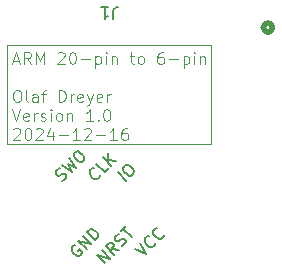
<source format=gto>
G04 #@! TF.GenerationSoftware,KiCad,Pcbnew,8.0.2-1*
G04 #@! TF.CreationDate,2024-12-21T19:46:59+01:00*
G04 #@! TF.ProjectId,ten_to_six,74656e5f-746f-45f7-9369-782e6b696361,rev?*
G04 #@! TF.SameCoordinates,Original*
G04 #@! TF.FileFunction,Legend,Top*
G04 #@! TF.FilePolarity,Positive*
%FSLAX46Y46*%
G04 Gerber Fmt 4.6, Leading zero omitted, Abs format (unit mm)*
G04 Created by KiCad (PCBNEW 8.0.2-1) date 2024-12-21 19:46:59*
%MOMM*%
%LPD*%
G01*
G04 APERTURE LIST*
%ADD10C,0.100000*%
%ADD11C,0.200000*%
%ADD12C,0.150000*%
%ADD13C,0.508000*%
%ADD14C,1.524000*%
%ADD15C,1.854000*%
G04 APERTURE END LIST*
D10*
X116586000Y-78359000D02*
X133858000Y-78359000D01*
X133858000Y-86741000D01*
X116586000Y-86741000D01*
X116586000Y-78359000D01*
D11*
X127375386Y-95558619D02*
X128318195Y-96030024D01*
X128318195Y-96030024D02*
X127846790Y-95087215D01*
X129126317Y-95087215D02*
X129126317Y-95154558D01*
X129126317Y-95154558D02*
X129058973Y-95289245D01*
X129058973Y-95289245D02*
X128991630Y-95356589D01*
X128991630Y-95356589D02*
X128856943Y-95423932D01*
X128856943Y-95423932D02*
X128722256Y-95423932D01*
X128722256Y-95423932D02*
X128621241Y-95390260D01*
X128621241Y-95390260D02*
X128452882Y-95289245D01*
X128452882Y-95289245D02*
X128351867Y-95188230D01*
X128351867Y-95188230D02*
X128250851Y-95019871D01*
X128250851Y-95019871D02*
X128217179Y-94918856D01*
X128217179Y-94918856D02*
X128217179Y-94784169D01*
X128217179Y-94784169D02*
X128284523Y-94649482D01*
X128284523Y-94649482D02*
X128351867Y-94582138D01*
X128351867Y-94582138D02*
X128486554Y-94514795D01*
X128486554Y-94514795D02*
X128553897Y-94514795D01*
X129833424Y-94380108D02*
X129833424Y-94447451D01*
X129833424Y-94447451D02*
X129766080Y-94582138D01*
X129766080Y-94582138D02*
X129698737Y-94649482D01*
X129698737Y-94649482D02*
X129564050Y-94716825D01*
X129564050Y-94716825D02*
X129429363Y-94716825D01*
X129429363Y-94716825D02*
X129328347Y-94683154D01*
X129328347Y-94683154D02*
X129159989Y-94582138D01*
X129159989Y-94582138D02*
X129058973Y-94481123D01*
X129058973Y-94481123D02*
X128957958Y-94312764D01*
X128957958Y-94312764D02*
X128924286Y-94211749D01*
X128924286Y-94211749D02*
X128924286Y-94077062D01*
X128924286Y-94077062D02*
X128991630Y-93942375D01*
X128991630Y-93942375D02*
X129058973Y-93875032D01*
X129058973Y-93875032D02*
X129193660Y-93807688D01*
X129193660Y-93807688D02*
X129261004Y-93807688D01*
D10*
X117096265Y-79633928D02*
X117572455Y-79633928D01*
X117001027Y-79919643D02*
X117334360Y-78919643D01*
X117334360Y-78919643D02*
X117667693Y-79919643D01*
X118572455Y-79919643D02*
X118239122Y-79443452D01*
X118001027Y-79919643D02*
X118001027Y-78919643D01*
X118001027Y-78919643D02*
X118381979Y-78919643D01*
X118381979Y-78919643D02*
X118477217Y-78967262D01*
X118477217Y-78967262D02*
X118524836Y-79014881D01*
X118524836Y-79014881D02*
X118572455Y-79110119D01*
X118572455Y-79110119D02*
X118572455Y-79252976D01*
X118572455Y-79252976D02*
X118524836Y-79348214D01*
X118524836Y-79348214D02*
X118477217Y-79395833D01*
X118477217Y-79395833D02*
X118381979Y-79443452D01*
X118381979Y-79443452D02*
X118001027Y-79443452D01*
X119001027Y-79919643D02*
X119001027Y-78919643D01*
X119001027Y-78919643D02*
X119334360Y-79633928D01*
X119334360Y-79633928D02*
X119667693Y-78919643D01*
X119667693Y-78919643D02*
X119667693Y-79919643D01*
X120858170Y-79014881D02*
X120905789Y-78967262D01*
X120905789Y-78967262D02*
X121001027Y-78919643D01*
X121001027Y-78919643D02*
X121239122Y-78919643D01*
X121239122Y-78919643D02*
X121334360Y-78967262D01*
X121334360Y-78967262D02*
X121381979Y-79014881D01*
X121381979Y-79014881D02*
X121429598Y-79110119D01*
X121429598Y-79110119D02*
X121429598Y-79205357D01*
X121429598Y-79205357D02*
X121381979Y-79348214D01*
X121381979Y-79348214D02*
X120810551Y-79919643D01*
X120810551Y-79919643D02*
X121429598Y-79919643D01*
X122048646Y-78919643D02*
X122143884Y-78919643D01*
X122143884Y-78919643D02*
X122239122Y-78967262D01*
X122239122Y-78967262D02*
X122286741Y-79014881D01*
X122286741Y-79014881D02*
X122334360Y-79110119D01*
X122334360Y-79110119D02*
X122381979Y-79300595D01*
X122381979Y-79300595D02*
X122381979Y-79538690D01*
X122381979Y-79538690D02*
X122334360Y-79729166D01*
X122334360Y-79729166D02*
X122286741Y-79824404D01*
X122286741Y-79824404D02*
X122239122Y-79872024D01*
X122239122Y-79872024D02*
X122143884Y-79919643D01*
X122143884Y-79919643D02*
X122048646Y-79919643D01*
X122048646Y-79919643D02*
X121953408Y-79872024D01*
X121953408Y-79872024D02*
X121905789Y-79824404D01*
X121905789Y-79824404D02*
X121858170Y-79729166D01*
X121858170Y-79729166D02*
X121810551Y-79538690D01*
X121810551Y-79538690D02*
X121810551Y-79300595D01*
X121810551Y-79300595D02*
X121858170Y-79110119D01*
X121858170Y-79110119D02*
X121905789Y-79014881D01*
X121905789Y-79014881D02*
X121953408Y-78967262D01*
X121953408Y-78967262D02*
X122048646Y-78919643D01*
X122810551Y-79538690D02*
X123572456Y-79538690D01*
X124048646Y-79252976D02*
X124048646Y-80252976D01*
X124048646Y-79300595D02*
X124143884Y-79252976D01*
X124143884Y-79252976D02*
X124334360Y-79252976D01*
X124334360Y-79252976D02*
X124429598Y-79300595D01*
X124429598Y-79300595D02*
X124477217Y-79348214D01*
X124477217Y-79348214D02*
X124524836Y-79443452D01*
X124524836Y-79443452D02*
X124524836Y-79729166D01*
X124524836Y-79729166D02*
X124477217Y-79824404D01*
X124477217Y-79824404D02*
X124429598Y-79872024D01*
X124429598Y-79872024D02*
X124334360Y-79919643D01*
X124334360Y-79919643D02*
X124143884Y-79919643D01*
X124143884Y-79919643D02*
X124048646Y-79872024D01*
X124953408Y-79919643D02*
X124953408Y-79252976D01*
X124953408Y-78919643D02*
X124905789Y-78967262D01*
X124905789Y-78967262D02*
X124953408Y-79014881D01*
X124953408Y-79014881D02*
X125001027Y-78967262D01*
X125001027Y-78967262D02*
X124953408Y-78919643D01*
X124953408Y-78919643D02*
X124953408Y-79014881D01*
X125429598Y-79252976D02*
X125429598Y-79919643D01*
X125429598Y-79348214D02*
X125477217Y-79300595D01*
X125477217Y-79300595D02*
X125572455Y-79252976D01*
X125572455Y-79252976D02*
X125715312Y-79252976D01*
X125715312Y-79252976D02*
X125810550Y-79300595D01*
X125810550Y-79300595D02*
X125858169Y-79395833D01*
X125858169Y-79395833D02*
X125858169Y-79919643D01*
X126953408Y-79252976D02*
X127334360Y-79252976D01*
X127096265Y-78919643D02*
X127096265Y-79776785D01*
X127096265Y-79776785D02*
X127143884Y-79872024D01*
X127143884Y-79872024D02*
X127239122Y-79919643D01*
X127239122Y-79919643D02*
X127334360Y-79919643D01*
X127810551Y-79919643D02*
X127715313Y-79872024D01*
X127715313Y-79872024D02*
X127667694Y-79824404D01*
X127667694Y-79824404D02*
X127620075Y-79729166D01*
X127620075Y-79729166D02*
X127620075Y-79443452D01*
X127620075Y-79443452D02*
X127667694Y-79348214D01*
X127667694Y-79348214D02*
X127715313Y-79300595D01*
X127715313Y-79300595D02*
X127810551Y-79252976D01*
X127810551Y-79252976D02*
X127953408Y-79252976D01*
X127953408Y-79252976D02*
X128048646Y-79300595D01*
X128048646Y-79300595D02*
X128096265Y-79348214D01*
X128096265Y-79348214D02*
X128143884Y-79443452D01*
X128143884Y-79443452D02*
X128143884Y-79729166D01*
X128143884Y-79729166D02*
X128096265Y-79824404D01*
X128096265Y-79824404D02*
X128048646Y-79872024D01*
X128048646Y-79872024D02*
X127953408Y-79919643D01*
X127953408Y-79919643D02*
X127810551Y-79919643D01*
X129762932Y-78919643D02*
X129572456Y-78919643D01*
X129572456Y-78919643D02*
X129477218Y-78967262D01*
X129477218Y-78967262D02*
X129429599Y-79014881D01*
X129429599Y-79014881D02*
X129334361Y-79157738D01*
X129334361Y-79157738D02*
X129286742Y-79348214D01*
X129286742Y-79348214D02*
X129286742Y-79729166D01*
X129286742Y-79729166D02*
X129334361Y-79824404D01*
X129334361Y-79824404D02*
X129381980Y-79872024D01*
X129381980Y-79872024D02*
X129477218Y-79919643D01*
X129477218Y-79919643D02*
X129667694Y-79919643D01*
X129667694Y-79919643D02*
X129762932Y-79872024D01*
X129762932Y-79872024D02*
X129810551Y-79824404D01*
X129810551Y-79824404D02*
X129858170Y-79729166D01*
X129858170Y-79729166D02*
X129858170Y-79491071D01*
X129858170Y-79491071D02*
X129810551Y-79395833D01*
X129810551Y-79395833D02*
X129762932Y-79348214D01*
X129762932Y-79348214D02*
X129667694Y-79300595D01*
X129667694Y-79300595D02*
X129477218Y-79300595D01*
X129477218Y-79300595D02*
X129381980Y-79348214D01*
X129381980Y-79348214D02*
X129334361Y-79395833D01*
X129334361Y-79395833D02*
X129286742Y-79491071D01*
X130286742Y-79538690D02*
X131048647Y-79538690D01*
X131524837Y-79252976D02*
X131524837Y-80252976D01*
X131524837Y-79300595D02*
X131620075Y-79252976D01*
X131620075Y-79252976D02*
X131810551Y-79252976D01*
X131810551Y-79252976D02*
X131905789Y-79300595D01*
X131905789Y-79300595D02*
X131953408Y-79348214D01*
X131953408Y-79348214D02*
X132001027Y-79443452D01*
X132001027Y-79443452D02*
X132001027Y-79729166D01*
X132001027Y-79729166D02*
X131953408Y-79824404D01*
X131953408Y-79824404D02*
X131905789Y-79872024D01*
X131905789Y-79872024D02*
X131810551Y-79919643D01*
X131810551Y-79919643D02*
X131620075Y-79919643D01*
X131620075Y-79919643D02*
X131524837Y-79872024D01*
X132429599Y-79919643D02*
X132429599Y-79252976D01*
X132429599Y-78919643D02*
X132381980Y-78967262D01*
X132381980Y-78967262D02*
X132429599Y-79014881D01*
X132429599Y-79014881D02*
X132477218Y-78967262D01*
X132477218Y-78967262D02*
X132429599Y-78919643D01*
X132429599Y-78919643D02*
X132429599Y-79014881D01*
X132905789Y-79252976D02*
X132905789Y-79919643D01*
X132905789Y-79348214D02*
X132953408Y-79300595D01*
X132953408Y-79300595D02*
X133048646Y-79252976D01*
X133048646Y-79252976D02*
X133191503Y-79252976D01*
X133191503Y-79252976D02*
X133286741Y-79300595D01*
X133286741Y-79300595D02*
X133334360Y-79395833D01*
X133334360Y-79395833D02*
X133334360Y-79919643D01*
X117334360Y-82139531D02*
X117524836Y-82139531D01*
X117524836Y-82139531D02*
X117620074Y-82187150D01*
X117620074Y-82187150D02*
X117715312Y-82282388D01*
X117715312Y-82282388D02*
X117762931Y-82472864D01*
X117762931Y-82472864D02*
X117762931Y-82806197D01*
X117762931Y-82806197D02*
X117715312Y-82996673D01*
X117715312Y-82996673D02*
X117620074Y-83091912D01*
X117620074Y-83091912D02*
X117524836Y-83139531D01*
X117524836Y-83139531D02*
X117334360Y-83139531D01*
X117334360Y-83139531D02*
X117239122Y-83091912D01*
X117239122Y-83091912D02*
X117143884Y-82996673D01*
X117143884Y-82996673D02*
X117096265Y-82806197D01*
X117096265Y-82806197D02*
X117096265Y-82472864D01*
X117096265Y-82472864D02*
X117143884Y-82282388D01*
X117143884Y-82282388D02*
X117239122Y-82187150D01*
X117239122Y-82187150D02*
X117334360Y-82139531D01*
X118334360Y-83139531D02*
X118239122Y-83091912D01*
X118239122Y-83091912D02*
X118191503Y-82996673D01*
X118191503Y-82996673D02*
X118191503Y-82139531D01*
X119143884Y-83139531D02*
X119143884Y-82615721D01*
X119143884Y-82615721D02*
X119096265Y-82520483D01*
X119096265Y-82520483D02*
X119001027Y-82472864D01*
X119001027Y-82472864D02*
X118810551Y-82472864D01*
X118810551Y-82472864D02*
X118715313Y-82520483D01*
X119143884Y-83091912D02*
X119048646Y-83139531D01*
X119048646Y-83139531D02*
X118810551Y-83139531D01*
X118810551Y-83139531D02*
X118715313Y-83091912D01*
X118715313Y-83091912D02*
X118667694Y-82996673D01*
X118667694Y-82996673D02*
X118667694Y-82901435D01*
X118667694Y-82901435D02*
X118715313Y-82806197D01*
X118715313Y-82806197D02*
X118810551Y-82758578D01*
X118810551Y-82758578D02*
X119048646Y-82758578D01*
X119048646Y-82758578D02*
X119143884Y-82710959D01*
X119477218Y-82472864D02*
X119858170Y-82472864D01*
X119620075Y-83139531D02*
X119620075Y-82282388D01*
X119620075Y-82282388D02*
X119667694Y-82187150D01*
X119667694Y-82187150D02*
X119762932Y-82139531D01*
X119762932Y-82139531D02*
X119858170Y-82139531D01*
X120953409Y-83139531D02*
X120953409Y-82139531D01*
X120953409Y-82139531D02*
X121191504Y-82139531D01*
X121191504Y-82139531D02*
X121334361Y-82187150D01*
X121334361Y-82187150D02*
X121429599Y-82282388D01*
X121429599Y-82282388D02*
X121477218Y-82377626D01*
X121477218Y-82377626D02*
X121524837Y-82568102D01*
X121524837Y-82568102D02*
X121524837Y-82710959D01*
X121524837Y-82710959D02*
X121477218Y-82901435D01*
X121477218Y-82901435D02*
X121429599Y-82996673D01*
X121429599Y-82996673D02*
X121334361Y-83091912D01*
X121334361Y-83091912D02*
X121191504Y-83139531D01*
X121191504Y-83139531D02*
X120953409Y-83139531D01*
X121953409Y-83139531D02*
X121953409Y-82472864D01*
X121953409Y-82663340D02*
X122001028Y-82568102D01*
X122001028Y-82568102D02*
X122048647Y-82520483D01*
X122048647Y-82520483D02*
X122143885Y-82472864D01*
X122143885Y-82472864D02*
X122239123Y-82472864D01*
X122953409Y-83091912D02*
X122858171Y-83139531D01*
X122858171Y-83139531D02*
X122667695Y-83139531D01*
X122667695Y-83139531D02*
X122572457Y-83091912D01*
X122572457Y-83091912D02*
X122524838Y-82996673D01*
X122524838Y-82996673D02*
X122524838Y-82615721D01*
X122524838Y-82615721D02*
X122572457Y-82520483D01*
X122572457Y-82520483D02*
X122667695Y-82472864D01*
X122667695Y-82472864D02*
X122858171Y-82472864D01*
X122858171Y-82472864D02*
X122953409Y-82520483D01*
X122953409Y-82520483D02*
X123001028Y-82615721D01*
X123001028Y-82615721D02*
X123001028Y-82710959D01*
X123001028Y-82710959D02*
X122524838Y-82806197D01*
X123334362Y-82472864D02*
X123572457Y-83139531D01*
X123810552Y-82472864D02*
X123572457Y-83139531D01*
X123572457Y-83139531D02*
X123477219Y-83377626D01*
X123477219Y-83377626D02*
X123429600Y-83425245D01*
X123429600Y-83425245D02*
X123334362Y-83472864D01*
X124572457Y-83091912D02*
X124477219Y-83139531D01*
X124477219Y-83139531D02*
X124286743Y-83139531D01*
X124286743Y-83139531D02*
X124191505Y-83091912D01*
X124191505Y-83091912D02*
X124143886Y-82996673D01*
X124143886Y-82996673D02*
X124143886Y-82615721D01*
X124143886Y-82615721D02*
X124191505Y-82520483D01*
X124191505Y-82520483D02*
X124286743Y-82472864D01*
X124286743Y-82472864D02*
X124477219Y-82472864D01*
X124477219Y-82472864D02*
X124572457Y-82520483D01*
X124572457Y-82520483D02*
X124620076Y-82615721D01*
X124620076Y-82615721D02*
X124620076Y-82710959D01*
X124620076Y-82710959D02*
X124143886Y-82806197D01*
X125048648Y-83139531D02*
X125048648Y-82472864D01*
X125048648Y-82663340D02*
X125096267Y-82568102D01*
X125096267Y-82568102D02*
X125143886Y-82520483D01*
X125143886Y-82520483D02*
X125239124Y-82472864D01*
X125239124Y-82472864D02*
X125334362Y-82472864D01*
X117001027Y-83749475D02*
X117334360Y-84749475D01*
X117334360Y-84749475D02*
X117667693Y-83749475D01*
X118381979Y-84701856D02*
X118286741Y-84749475D01*
X118286741Y-84749475D02*
X118096265Y-84749475D01*
X118096265Y-84749475D02*
X118001027Y-84701856D01*
X118001027Y-84701856D02*
X117953408Y-84606617D01*
X117953408Y-84606617D02*
X117953408Y-84225665D01*
X117953408Y-84225665D02*
X118001027Y-84130427D01*
X118001027Y-84130427D02*
X118096265Y-84082808D01*
X118096265Y-84082808D02*
X118286741Y-84082808D01*
X118286741Y-84082808D02*
X118381979Y-84130427D01*
X118381979Y-84130427D02*
X118429598Y-84225665D01*
X118429598Y-84225665D02*
X118429598Y-84320903D01*
X118429598Y-84320903D02*
X117953408Y-84416141D01*
X118858170Y-84749475D02*
X118858170Y-84082808D01*
X118858170Y-84273284D02*
X118905789Y-84178046D01*
X118905789Y-84178046D02*
X118953408Y-84130427D01*
X118953408Y-84130427D02*
X119048646Y-84082808D01*
X119048646Y-84082808D02*
X119143884Y-84082808D01*
X119429599Y-84701856D02*
X119524837Y-84749475D01*
X119524837Y-84749475D02*
X119715313Y-84749475D01*
X119715313Y-84749475D02*
X119810551Y-84701856D01*
X119810551Y-84701856D02*
X119858170Y-84606617D01*
X119858170Y-84606617D02*
X119858170Y-84558998D01*
X119858170Y-84558998D02*
X119810551Y-84463760D01*
X119810551Y-84463760D02*
X119715313Y-84416141D01*
X119715313Y-84416141D02*
X119572456Y-84416141D01*
X119572456Y-84416141D02*
X119477218Y-84368522D01*
X119477218Y-84368522D02*
X119429599Y-84273284D01*
X119429599Y-84273284D02*
X119429599Y-84225665D01*
X119429599Y-84225665D02*
X119477218Y-84130427D01*
X119477218Y-84130427D02*
X119572456Y-84082808D01*
X119572456Y-84082808D02*
X119715313Y-84082808D01*
X119715313Y-84082808D02*
X119810551Y-84130427D01*
X120286742Y-84749475D02*
X120286742Y-84082808D01*
X120286742Y-83749475D02*
X120239123Y-83797094D01*
X120239123Y-83797094D02*
X120286742Y-83844713D01*
X120286742Y-83844713D02*
X120334361Y-83797094D01*
X120334361Y-83797094D02*
X120286742Y-83749475D01*
X120286742Y-83749475D02*
X120286742Y-83844713D01*
X120905789Y-84749475D02*
X120810551Y-84701856D01*
X120810551Y-84701856D02*
X120762932Y-84654236D01*
X120762932Y-84654236D02*
X120715313Y-84558998D01*
X120715313Y-84558998D02*
X120715313Y-84273284D01*
X120715313Y-84273284D02*
X120762932Y-84178046D01*
X120762932Y-84178046D02*
X120810551Y-84130427D01*
X120810551Y-84130427D02*
X120905789Y-84082808D01*
X120905789Y-84082808D02*
X121048646Y-84082808D01*
X121048646Y-84082808D02*
X121143884Y-84130427D01*
X121143884Y-84130427D02*
X121191503Y-84178046D01*
X121191503Y-84178046D02*
X121239122Y-84273284D01*
X121239122Y-84273284D02*
X121239122Y-84558998D01*
X121239122Y-84558998D02*
X121191503Y-84654236D01*
X121191503Y-84654236D02*
X121143884Y-84701856D01*
X121143884Y-84701856D02*
X121048646Y-84749475D01*
X121048646Y-84749475D02*
X120905789Y-84749475D01*
X121667694Y-84082808D02*
X121667694Y-84749475D01*
X121667694Y-84178046D02*
X121715313Y-84130427D01*
X121715313Y-84130427D02*
X121810551Y-84082808D01*
X121810551Y-84082808D02*
X121953408Y-84082808D01*
X121953408Y-84082808D02*
X122048646Y-84130427D01*
X122048646Y-84130427D02*
X122096265Y-84225665D01*
X122096265Y-84225665D02*
X122096265Y-84749475D01*
X123858170Y-84749475D02*
X123286742Y-84749475D01*
X123572456Y-84749475D02*
X123572456Y-83749475D01*
X123572456Y-83749475D02*
X123477218Y-83892332D01*
X123477218Y-83892332D02*
X123381980Y-83987570D01*
X123381980Y-83987570D02*
X123286742Y-84035189D01*
X124286742Y-84654236D02*
X124334361Y-84701856D01*
X124334361Y-84701856D02*
X124286742Y-84749475D01*
X124286742Y-84749475D02*
X124239123Y-84701856D01*
X124239123Y-84701856D02*
X124286742Y-84654236D01*
X124286742Y-84654236D02*
X124286742Y-84749475D01*
X124953408Y-83749475D02*
X125048646Y-83749475D01*
X125048646Y-83749475D02*
X125143884Y-83797094D01*
X125143884Y-83797094D02*
X125191503Y-83844713D01*
X125191503Y-83844713D02*
X125239122Y-83939951D01*
X125239122Y-83939951D02*
X125286741Y-84130427D01*
X125286741Y-84130427D02*
X125286741Y-84368522D01*
X125286741Y-84368522D02*
X125239122Y-84558998D01*
X125239122Y-84558998D02*
X125191503Y-84654236D01*
X125191503Y-84654236D02*
X125143884Y-84701856D01*
X125143884Y-84701856D02*
X125048646Y-84749475D01*
X125048646Y-84749475D02*
X124953408Y-84749475D01*
X124953408Y-84749475D02*
X124858170Y-84701856D01*
X124858170Y-84701856D02*
X124810551Y-84654236D01*
X124810551Y-84654236D02*
X124762932Y-84558998D01*
X124762932Y-84558998D02*
X124715313Y-84368522D01*
X124715313Y-84368522D02*
X124715313Y-84130427D01*
X124715313Y-84130427D02*
X124762932Y-83939951D01*
X124762932Y-83939951D02*
X124810551Y-83844713D01*
X124810551Y-83844713D02*
X124858170Y-83797094D01*
X124858170Y-83797094D02*
X124953408Y-83749475D01*
X117096265Y-85454657D02*
X117143884Y-85407038D01*
X117143884Y-85407038D02*
X117239122Y-85359419D01*
X117239122Y-85359419D02*
X117477217Y-85359419D01*
X117477217Y-85359419D02*
X117572455Y-85407038D01*
X117572455Y-85407038D02*
X117620074Y-85454657D01*
X117620074Y-85454657D02*
X117667693Y-85549895D01*
X117667693Y-85549895D02*
X117667693Y-85645133D01*
X117667693Y-85645133D02*
X117620074Y-85787990D01*
X117620074Y-85787990D02*
X117048646Y-86359419D01*
X117048646Y-86359419D02*
X117667693Y-86359419D01*
X118286741Y-85359419D02*
X118381979Y-85359419D01*
X118381979Y-85359419D02*
X118477217Y-85407038D01*
X118477217Y-85407038D02*
X118524836Y-85454657D01*
X118524836Y-85454657D02*
X118572455Y-85549895D01*
X118572455Y-85549895D02*
X118620074Y-85740371D01*
X118620074Y-85740371D02*
X118620074Y-85978466D01*
X118620074Y-85978466D02*
X118572455Y-86168942D01*
X118572455Y-86168942D02*
X118524836Y-86264180D01*
X118524836Y-86264180D02*
X118477217Y-86311800D01*
X118477217Y-86311800D02*
X118381979Y-86359419D01*
X118381979Y-86359419D02*
X118286741Y-86359419D01*
X118286741Y-86359419D02*
X118191503Y-86311800D01*
X118191503Y-86311800D02*
X118143884Y-86264180D01*
X118143884Y-86264180D02*
X118096265Y-86168942D01*
X118096265Y-86168942D02*
X118048646Y-85978466D01*
X118048646Y-85978466D02*
X118048646Y-85740371D01*
X118048646Y-85740371D02*
X118096265Y-85549895D01*
X118096265Y-85549895D02*
X118143884Y-85454657D01*
X118143884Y-85454657D02*
X118191503Y-85407038D01*
X118191503Y-85407038D02*
X118286741Y-85359419D01*
X119001027Y-85454657D02*
X119048646Y-85407038D01*
X119048646Y-85407038D02*
X119143884Y-85359419D01*
X119143884Y-85359419D02*
X119381979Y-85359419D01*
X119381979Y-85359419D02*
X119477217Y-85407038D01*
X119477217Y-85407038D02*
X119524836Y-85454657D01*
X119524836Y-85454657D02*
X119572455Y-85549895D01*
X119572455Y-85549895D02*
X119572455Y-85645133D01*
X119572455Y-85645133D02*
X119524836Y-85787990D01*
X119524836Y-85787990D02*
X118953408Y-86359419D01*
X118953408Y-86359419D02*
X119572455Y-86359419D01*
X120429598Y-85692752D02*
X120429598Y-86359419D01*
X120191503Y-85311800D02*
X119953408Y-86026085D01*
X119953408Y-86026085D02*
X120572455Y-86026085D01*
X120953408Y-85978466D02*
X121715313Y-85978466D01*
X122715312Y-86359419D02*
X122143884Y-86359419D01*
X122429598Y-86359419D02*
X122429598Y-85359419D01*
X122429598Y-85359419D02*
X122334360Y-85502276D01*
X122334360Y-85502276D02*
X122239122Y-85597514D01*
X122239122Y-85597514D02*
X122143884Y-85645133D01*
X123096265Y-85454657D02*
X123143884Y-85407038D01*
X123143884Y-85407038D02*
X123239122Y-85359419D01*
X123239122Y-85359419D02*
X123477217Y-85359419D01*
X123477217Y-85359419D02*
X123572455Y-85407038D01*
X123572455Y-85407038D02*
X123620074Y-85454657D01*
X123620074Y-85454657D02*
X123667693Y-85549895D01*
X123667693Y-85549895D02*
X123667693Y-85645133D01*
X123667693Y-85645133D02*
X123620074Y-85787990D01*
X123620074Y-85787990D02*
X123048646Y-86359419D01*
X123048646Y-86359419D02*
X123667693Y-86359419D01*
X124096265Y-85978466D02*
X124858170Y-85978466D01*
X125858169Y-86359419D02*
X125286741Y-86359419D01*
X125572455Y-86359419D02*
X125572455Y-85359419D01*
X125572455Y-85359419D02*
X125477217Y-85502276D01*
X125477217Y-85502276D02*
X125381979Y-85597514D01*
X125381979Y-85597514D02*
X125286741Y-85645133D01*
X126715312Y-85359419D02*
X126524836Y-85359419D01*
X126524836Y-85359419D02*
X126429598Y-85407038D01*
X126429598Y-85407038D02*
X126381979Y-85454657D01*
X126381979Y-85454657D02*
X126286741Y-85597514D01*
X126286741Y-85597514D02*
X126239122Y-85787990D01*
X126239122Y-85787990D02*
X126239122Y-86168942D01*
X126239122Y-86168942D02*
X126286741Y-86264180D01*
X126286741Y-86264180D02*
X126334360Y-86311800D01*
X126334360Y-86311800D02*
X126429598Y-86359419D01*
X126429598Y-86359419D02*
X126620074Y-86359419D01*
X126620074Y-86359419D02*
X126715312Y-86311800D01*
X126715312Y-86311800D02*
X126762931Y-86264180D01*
X126762931Y-86264180D02*
X126810550Y-86168942D01*
X126810550Y-86168942D02*
X126810550Y-85930847D01*
X126810550Y-85930847D02*
X126762931Y-85835609D01*
X126762931Y-85835609D02*
X126715312Y-85787990D01*
X126715312Y-85787990D02*
X126620074Y-85740371D01*
X126620074Y-85740371D02*
X126429598Y-85740371D01*
X126429598Y-85740371D02*
X126334360Y-85787990D01*
X126334360Y-85787990D02*
X126286741Y-85835609D01*
X126286741Y-85835609D02*
X126239122Y-85930847D01*
D11*
X122292462Y-95255573D02*
X122191447Y-95289245D01*
X122191447Y-95289245D02*
X122090431Y-95390260D01*
X122090431Y-95390260D02*
X122023088Y-95524947D01*
X122023088Y-95524947D02*
X122023088Y-95659634D01*
X122023088Y-95659634D02*
X122056760Y-95760650D01*
X122056760Y-95760650D02*
X122157775Y-95929008D01*
X122157775Y-95929008D02*
X122258790Y-96030024D01*
X122258790Y-96030024D02*
X122427149Y-96131039D01*
X122427149Y-96131039D02*
X122528164Y-96164711D01*
X122528164Y-96164711D02*
X122662851Y-96164711D01*
X122662851Y-96164711D02*
X122797538Y-96097367D01*
X122797538Y-96097367D02*
X122864882Y-96030024D01*
X122864882Y-96030024D02*
X122932225Y-95895337D01*
X122932225Y-95895337D02*
X122932225Y-95827993D01*
X122932225Y-95827993D02*
X122696523Y-95592291D01*
X122696523Y-95592291D02*
X122561836Y-95726978D01*
X123302614Y-95592291D02*
X122595508Y-94885184D01*
X122595508Y-94885184D02*
X123706675Y-95188230D01*
X123706675Y-95188230D02*
X122999569Y-94481123D01*
X124043393Y-94851512D02*
X123336286Y-94144406D01*
X123336286Y-94144406D02*
X123504645Y-93976047D01*
X123504645Y-93976047D02*
X123639332Y-93908703D01*
X123639332Y-93908703D02*
X123774019Y-93908703D01*
X123774019Y-93908703D02*
X123875034Y-93942375D01*
X123875034Y-93942375D02*
X124043393Y-94043390D01*
X124043393Y-94043390D02*
X124144408Y-94144406D01*
X124144408Y-94144406D02*
X124245423Y-94312764D01*
X124245423Y-94312764D02*
X124279095Y-94413780D01*
X124279095Y-94413780D02*
X124279095Y-94548467D01*
X124279095Y-94548467D02*
X124211752Y-94683154D01*
X124211752Y-94683154D02*
X124043393Y-94851512D01*
X121258164Y-89814711D02*
X121392851Y-89747367D01*
X121392851Y-89747367D02*
X121561210Y-89579008D01*
X121561210Y-89579008D02*
X121594882Y-89477993D01*
X121594882Y-89477993D02*
X121594882Y-89410650D01*
X121594882Y-89410650D02*
X121561210Y-89309634D01*
X121561210Y-89309634D02*
X121493866Y-89242291D01*
X121493866Y-89242291D02*
X121392851Y-89208619D01*
X121392851Y-89208619D02*
X121325508Y-89208619D01*
X121325508Y-89208619D02*
X121224492Y-89242291D01*
X121224492Y-89242291D02*
X121056134Y-89343306D01*
X121056134Y-89343306D02*
X120955118Y-89376978D01*
X120955118Y-89376978D02*
X120887775Y-89376978D01*
X120887775Y-89376978D02*
X120786760Y-89343306D01*
X120786760Y-89343306D02*
X120719416Y-89275963D01*
X120719416Y-89275963D02*
X120685744Y-89174947D01*
X120685744Y-89174947D02*
X120685744Y-89107604D01*
X120685744Y-89107604D02*
X120719416Y-89006589D01*
X120719416Y-89006589D02*
X120887775Y-88838230D01*
X120887775Y-88838230D02*
X121022462Y-88770886D01*
X121224492Y-88501512D02*
X122099958Y-89040260D01*
X122099958Y-89040260D02*
X121729569Y-88400497D01*
X121729569Y-88400497D02*
X122369332Y-88770886D01*
X122369332Y-88770886D02*
X121830584Y-87895421D01*
X122234645Y-87491360D02*
X122369332Y-87356673D01*
X122369332Y-87356673D02*
X122470347Y-87323001D01*
X122470347Y-87323001D02*
X122605034Y-87323001D01*
X122605034Y-87323001D02*
X122773393Y-87424016D01*
X122773393Y-87424016D02*
X123009095Y-87659719D01*
X123009095Y-87659719D02*
X123110110Y-87828077D01*
X123110110Y-87828077D02*
X123110110Y-87962764D01*
X123110110Y-87962764D02*
X123076439Y-88063780D01*
X123076439Y-88063780D02*
X122941752Y-88198467D01*
X122941752Y-88198467D02*
X122840736Y-88232138D01*
X122840736Y-88232138D02*
X122706049Y-88232138D01*
X122706049Y-88232138D02*
X122537691Y-88131123D01*
X122537691Y-88131123D02*
X122301988Y-87895421D01*
X122301988Y-87895421D02*
X122200973Y-87727062D01*
X122200973Y-87727062D02*
X122200973Y-87592375D01*
X122200973Y-87592375D02*
X122234645Y-87491360D01*
X126659508Y-89814711D02*
X125952401Y-89107604D01*
X126423805Y-88636200D02*
X126558492Y-88501513D01*
X126558492Y-88501513D02*
X126659507Y-88467841D01*
X126659507Y-88467841D02*
X126794194Y-88467841D01*
X126794194Y-88467841D02*
X126962553Y-88568856D01*
X126962553Y-88568856D02*
X127198255Y-88804559D01*
X127198255Y-88804559D02*
X127299271Y-88972917D01*
X127299271Y-88972917D02*
X127299271Y-89107604D01*
X127299271Y-89107604D02*
X127265599Y-89208620D01*
X127265599Y-89208620D02*
X127130912Y-89343307D01*
X127130912Y-89343307D02*
X127029897Y-89376978D01*
X127029897Y-89376978D02*
X126895210Y-89376978D01*
X126895210Y-89376978D02*
X126726851Y-89275963D01*
X126726851Y-89275963D02*
X126491149Y-89040261D01*
X126491149Y-89040261D02*
X126390133Y-88871902D01*
X126390133Y-88871902D02*
X126390133Y-88737215D01*
X126390133Y-88737215D02*
X126423805Y-88636200D01*
X124881508Y-96804474D02*
X124174401Y-96097367D01*
X124174401Y-96097367D02*
X125285569Y-96400413D01*
X125285569Y-96400413D02*
X124578462Y-95693306D01*
X126026347Y-95659634D02*
X125453927Y-95558619D01*
X125622286Y-96063695D02*
X124915179Y-95356588D01*
X124915179Y-95356588D02*
X125184553Y-95087214D01*
X125184553Y-95087214D02*
X125285569Y-95053543D01*
X125285569Y-95053543D02*
X125352912Y-95053543D01*
X125352912Y-95053543D02*
X125453927Y-95087214D01*
X125453927Y-95087214D02*
X125554943Y-95188230D01*
X125554943Y-95188230D02*
X125588614Y-95289245D01*
X125588614Y-95289245D02*
X125588614Y-95356588D01*
X125588614Y-95356588D02*
X125554943Y-95457604D01*
X125554943Y-95457604D02*
X125285569Y-95726978D01*
X126262049Y-95356588D02*
X126396736Y-95289245D01*
X126396736Y-95289245D02*
X126565095Y-95120886D01*
X126565095Y-95120886D02*
X126598767Y-95019871D01*
X126598767Y-95019871D02*
X126598767Y-94952527D01*
X126598767Y-94952527D02*
X126565095Y-94851512D01*
X126565095Y-94851512D02*
X126497752Y-94784169D01*
X126497752Y-94784169D02*
X126396736Y-94750497D01*
X126396736Y-94750497D02*
X126329393Y-94750497D01*
X126329393Y-94750497D02*
X126228378Y-94784169D01*
X126228378Y-94784169D02*
X126060019Y-94885184D01*
X126060019Y-94885184D02*
X125959004Y-94918856D01*
X125959004Y-94918856D02*
X125891660Y-94918856D01*
X125891660Y-94918856D02*
X125790645Y-94885184D01*
X125790645Y-94885184D02*
X125723301Y-94817840D01*
X125723301Y-94817840D02*
X125689630Y-94716825D01*
X125689630Y-94716825D02*
X125689630Y-94649482D01*
X125689630Y-94649482D02*
X125723301Y-94548466D01*
X125723301Y-94548466D02*
X125891660Y-94380108D01*
X125891660Y-94380108D02*
X126026347Y-94312764D01*
X126194706Y-94077062D02*
X126598767Y-93673001D01*
X127103843Y-94582138D02*
X126396736Y-93875031D01*
X124456225Y-89343306D02*
X124456225Y-89410650D01*
X124456225Y-89410650D02*
X124388882Y-89545337D01*
X124388882Y-89545337D02*
X124321538Y-89612680D01*
X124321538Y-89612680D02*
X124186851Y-89680024D01*
X124186851Y-89680024D02*
X124052164Y-89680024D01*
X124052164Y-89680024D02*
X123951149Y-89646352D01*
X123951149Y-89646352D02*
X123782790Y-89545337D01*
X123782790Y-89545337D02*
X123681775Y-89444321D01*
X123681775Y-89444321D02*
X123580760Y-89275963D01*
X123580760Y-89275963D02*
X123547088Y-89174947D01*
X123547088Y-89174947D02*
X123547088Y-89040260D01*
X123547088Y-89040260D02*
X123614431Y-88905573D01*
X123614431Y-88905573D02*
X123681775Y-88838230D01*
X123681775Y-88838230D02*
X123816462Y-88770886D01*
X123816462Y-88770886D02*
X123883805Y-88770886D01*
X125163332Y-88770886D02*
X124826614Y-89107604D01*
X124826614Y-89107604D02*
X124119508Y-88400497D01*
X125399034Y-88535184D02*
X124691928Y-87828077D01*
X125803095Y-88131123D02*
X125095989Y-88030108D01*
X125095989Y-87424016D02*
X125095989Y-88232138D01*
D12*
X125555333Y-76118308D02*
X125555333Y-75404023D01*
X125555333Y-75404023D02*
X125602952Y-75261166D01*
X125602952Y-75261166D02*
X125698190Y-75165928D01*
X125698190Y-75165928D02*
X125841047Y-75118308D01*
X125841047Y-75118308D02*
X125936285Y-75118308D01*
X124555333Y-75118308D02*
X125126761Y-75118308D01*
X124841047Y-75118308D02*
X124841047Y-76118308D01*
X124841047Y-76118308D02*
X124936285Y-75975451D01*
X124936285Y-75975451D02*
X125031523Y-75880213D01*
X125031523Y-75880213D02*
X125126761Y-75832594D01*
D13*
X139033000Y-76843128D02*
G75*
G02*
X138271000Y-76843128I-381000J0D01*
G01*
X138271000Y-76843128D02*
G75*
G02*
X139033000Y-76843128I381000J0D01*
G01*
%LPC*%
D14*
X136652000Y-76843128D03*
X136652000Y-74303128D03*
X134112000Y-76843128D03*
X134112000Y-74303128D03*
X131572000Y-76843128D03*
X131572000Y-74303128D03*
X129032000Y-76843128D03*
X129032000Y-74303128D03*
X126492000Y-76843128D03*
X126492000Y-74303128D03*
X123952000Y-76843128D03*
X123952000Y-74303128D03*
X121412000Y-76843128D03*
X121412000Y-74303128D03*
X118872000Y-76843128D03*
X118872000Y-74303128D03*
X116332000Y-76843128D03*
X116332000Y-74303128D03*
X113792000Y-76843128D03*
X113792000Y-74303128D03*
D15*
X127762000Y-92964000D03*
X127762000Y-90424000D03*
X125222000Y-92964000D03*
X125222000Y-90424000D03*
X122682000Y-92964000D03*
X122682000Y-90424000D03*
%LPD*%
M02*

</source>
